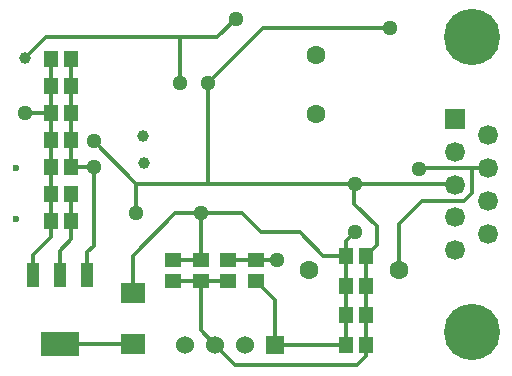
<source format=gbr>
G04 This is an RS-274x file exported by *
G04 gerbv version 2.6A *
G04 More information is available about gerbv at *
G04 http://gerbv.geda-project.org/ *
G04 --End of header info--*
%MOIN*%
%FSLAX34Y34*%
%IPPOS*%
G04 --Define apertures--*
%ADD10R,0.0532X0.0453*%
%ADD11R,0.0453X0.0532*%
%ADD12C,0.0118*%
%ADD13C,0.0630*%
%ADD14C,0.0394*%
%ADD15C,0.0665*%
%ADD16R,0.0665X0.0665*%
%ADD17C,0.1874*%
%ADD18C,0.0600*%
%ADD19R,0.0600X0.0600*%
%ADD20C,0.0236*%
%ADD21C,0.0512*%
%ADD22R,0.0394X0.0847*%
%ADD23R,0.1280X0.0847*%
%ADD24R,0.0787X0.0669*%
G04 --Start main section--*
G54D10*
G01X0023612Y0018228D03*
G01X0023612Y0017539D03*
G01X0024541Y0018228D03*
G01X0024541Y0017539D03*
G01X0025469Y0017539D03*
G01X0025469Y0018228D03*
G01X0026398Y0017539D03*
G01X0026398Y0018228D03*
G54D11*
G01X0020236Y0024921D03*
G01X0019547Y0024921D03*
G01X0020236Y0024022D03*
G01X0019547Y0024022D03*
G01X0020236Y0023123D03*
G01X0019547Y0023123D03*
G01X0020236Y0022224D03*
G01X0019547Y0022224D03*
G01X0020236Y0021326D03*
G01X0019547Y0021326D03*
G01X0020236Y0020427D03*
G01X0019547Y0020427D03*
G01X0020236Y0019528D03*
G01X0019547Y0019528D03*
G01X0029380Y0015404D03*
G01X0030069Y0015404D03*
G01X0029380Y0016408D03*
G01X0030069Y0016408D03*
G01X0029380Y0017352D03*
G01X0030069Y0017352D03*
G01X0029380Y0018366D03*
G01X0030069Y0018366D03*
G54D12*
G01X0029667Y0020758D02*
G01X0029667Y0020766D01*
G01X0029667Y0020116D02*
G01X0029667Y0020758D01*
G01X0019373Y0023120D02*
G01X0019462Y0023209D01*
G01X0025034Y0015394D02*
G01X0025703Y0014724D01*
G01X0025703Y0014724D02*
G01X0029754Y0014724D01*
G01X0029754Y0014724D02*
G01X0030069Y0015039D01*
G01X0030069Y0015039D02*
G01X0030069Y0015404D01*
G01X0027034Y0015394D02*
G01X0027043Y0015404D01*
G01X0027043Y0015404D02*
G01X0029380Y0015404D01*
G01X0025915Y0019784D02*
G01X0026545Y0019154D01*
G01X0024557Y0019784D02*
G01X0025915Y0019784D01*
G01X0023701Y0019784D02*
G01X0024557Y0019784D01*
G01X0030069Y0017352D02*
G01X0030069Y0018366D01*
G01X0030069Y0016408D02*
G01X0030069Y0017352D01*
G01X0030069Y0015404D02*
G01X0030069Y0016408D01*
G01X0029380Y0017352D02*
G01X0029380Y0018366D01*
G01X0029380Y0016408D02*
G01X0029380Y0017352D01*
G01X0029380Y0015404D02*
G01X0029380Y0016408D01*
G01X0022274Y0015443D02*
G01X0022274Y0015443D01*
G01X0019852Y0015443D02*
G01X0022274Y0015443D01*
G01X0026398Y0018228D02*
G01X0027077Y0018228D01*
G01X0025469Y0018228D02*
G01X0026398Y0018228D01*
G01X0023612Y0018228D02*
G01X0024541Y0018228D01*
G01X0024541Y0018228D02*
G01X0024541Y0019767D01*
G01X0024541Y0019767D02*
G01X0024557Y0019784D01*
G01X0026398Y0017539D02*
G01X0027034Y0016904D01*
G01X0027034Y0015394D02*
G01X0027034Y0016904D01*
G01X0023612Y0017539D02*
G01X0024541Y0017539D01*
G01X0024541Y0017539D02*
G01X0025469Y0017539D01*
G01X0024541Y0015886D02*
G01X0024541Y0017539D01*
G01X0024541Y0015886D02*
G01X0025034Y0015394D01*
G01X0022274Y0018356D02*
G01X0023701Y0019784D01*
G01X0022274Y0017136D02*
G01X0022274Y0018356D01*
G01X0020758Y0017746D02*
G01X0020758Y0018494D01*
G01X0020974Y0018711D02*
G01X0020974Y0021329D01*
G01X0020758Y0018494D02*
G01X0020974Y0018711D01*
G01X0019547Y0021326D02*
G01X0019547Y0022224D01*
G01X0019547Y0022224D02*
G01X0019547Y0023123D01*
G01X0019547Y0023123D02*
G01X0019547Y0024022D01*
G01X0019547Y0024022D02*
G01X0019547Y0024921D01*
G01X0020240Y0021329D02*
G01X0020974Y0021329D01*
G01X0020236Y0021326D02*
G01X0020240Y0021329D01*
G01X0020236Y0021326D02*
G01X0020236Y0022224D01*
G01X0020236Y0022224D02*
G01X0020236Y0023123D01*
G01X0020236Y0023123D02*
G01X0020236Y0024022D01*
G01X0020236Y0024022D02*
G01X0020236Y0024921D01*
G01X0020236Y0019528D02*
G01X0020236Y0020427D01*
G01X0020236Y0018927D02*
G01X0020236Y0019528D01*
G01X0019852Y0018543D02*
G01X0020236Y0018927D01*
G01X0019852Y0017746D02*
G01X0019852Y0018543D01*
G01X0024774Y0020776D02*
G01X0024774Y0024124D01*
G01X0024764Y0020766D02*
G01X0024774Y0020776D01*
G01X0022402Y0019793D02*
G01X0022402Y0020766D01*
G01X0022402Y0020766D02*
G01X0024764Y0020766D01*
G01X0022402Y0020766D02*
G01X0022402Y0020768D01*
G01X0020974Y0022195D02*
G01X0022402Y0020768D01*
G01X0031831Y0021279D02*
G01X0031845Y0021293D01*
G01X0026604Y0025955D02*
G01X0030866Y0025955D01*
G01X0024774Y0024124D02*
G01X0026604Y0025955D01*
G01X0031156Y0017884D02*
G01X0031156Y0019423D01*
G01X0031156Y0019423D02*
G01X0031929Y0020197D01*
G01X0031929Y0020197D02*
G01X0033327Y0020197D01*
G01X0033327Y0020197D02*
G01X0033602Y0020472D01*
G01X0031845Y0021293D02*
G01X0033602Y0021293D01*
G01X0019547Y0020427D02*
G01X0019547Y0021326D01*
G01X0019547Y0019528D02*
G01X0019547Y0020427D01*
G01X0025089Y0025650D02*
G01X0025719Y0026279D01*
G01X0018691Y0024951D02*
G01X0019390Y0025650D01*
G01X0023848Y0024124D02*
G01X0023848Y0025650D01*
G01X0019390Y0025650D02*
G01X0023848Y0025650D01*
G01X0023848Y0025650D02*
G01X0025089Y0025650D01*
G01X0033004Y0020758D02*
G01X0033014Y0020748D01*
G01X0019462Y0023209D02*
G01X0019547Y0023123D01*
G01X0018701Y0023120D02*
G01X0019373Y0023120D01*
G01X0018691Y0023130D02*
G01X0018701Y0023120D01*
G01X0019547Y0019016D02*
G01X0019547Y0019528D01*
G01X0018947Y0018415D02*
G01X0019547Y0019016D01*
G01X0018947Y0017746D02*
G01X0018947Y0018415D01*
G01X0019547Y0024921D02*
G01X0019549Y0024921D01*
G01X0024764Y0020766D02*
G01X0029660Y0020766D01*
G01X0029660Y0020766D02*
G01X0029667Y0020758D01*
G01X0029667Y0020758D02*
G01X0029675Y0020758D01*
G01X0029675Y0020758D02*
G01X0033004Y0020758D01*
G01X0033602Y0021293D02*
G01X0034132Y0021293D01*
G01X0033602Y0020472D02*
G01X0033602Y0021293D01*
G01X0030069Y0018366D02*
G01X0030423Y0018721D01*
G01X0030423Y0018721D02*
G01X0030423Y0019360D01*
G01X0029667Y0020116D02*
G01X0030423Y0019360D01*
G01X0026545Y0019154D02*
G01X0027845Y0019154D01*
G01X0027845Y0019154D02*
G01X0028632Y0018366D01*
G01X0028632Y0018366D02*
G01X0029380Y0018366D01*
G01X0029380Y0018366D02*
G01X0029380Y0018858D01*
G01X0029380Y0018858D02*
G01X0029675Y0019154D01*
G54D13*
G01X0028156Y0017884D03*
G01X0031156Y0017884D03*
G01X0028386Y0025059D03*
G01X0028386Y0023091D03*
G54D14*
G01X0018691Y0024951D03*
G01X0022638Y0021476D03*
G01X0022628Y0022352D03*
G54D15*
G01X0033014Y0018567D03*
G01X0034132Y0019112D03*
G01X0033014Y0019658D03*
G01X0034132Y0020203D03*
G01X0033014Y0020748D03*
G01X0034132Y0021293D03*
G01X0033014Y0021839D03*
G01X0034132Y0022384D03*
G54D16*
G01X0033014Y0022929D03*
G54D17*
G01X0033573Y0025667D03*
G01X0033573Y0015829D03*
G54D18*
G01X0025034Y0015394D03*
G01X0026034Y0015394D03*
G01X0024034Y0015394D03*
G54D19*
G01X0027034Y0015394D03*
G54D20*
G01X0018378Y0019584D03*
G01X0018378Y0021316D03*
G54D21*
G01X0022402Y0019793D03*
G01X0029675Y0019154D03*
G01X0024557Y0019784D03*
G01X0027077Y0018228D03*
G01X0020974Y0021329D03*
G01X0024774Y0024124D03*
G01X0020974Y0022195D03*
G01X0029675Y0020758D03*
G01X0031831Y0021279D03*
G01X0030866Y0025955D03*
G01X0025719Y0026279D03*
G01X0023848Y0024124D03*
G01X0018691Y0023130D03*
G54D22*
G01X0018947Y0017746D03*
G01X0019852Y0017746D03*
G01X0020758Y0017746D03*
G54D23*
G01X0019852Y0015443D03*
G54D24*
G01X0022274Y0017136D03*
G01X0022274Y0015443D03*
M02*

</source>
